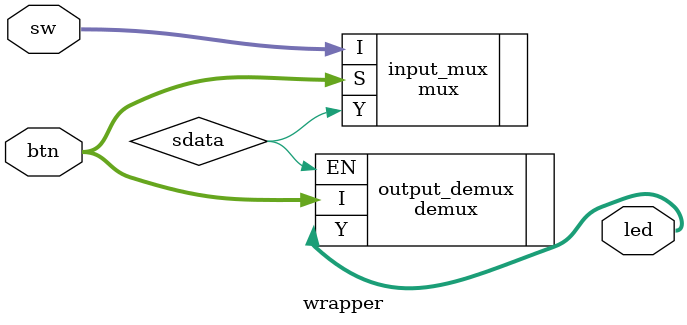
<source format=v>
`timescale 1ns / 1ps


module wrapper (
    input [3:0] sw,
    input [1:0] btn,
    output [3:0] led
);

wire sdata;

mux input_mux (
    .I(sw),
    .S(btn),
    .Y(sdata)
);

demux output_demux (
    .EN(sdata),
    .I(btn),
    .Y(led)
);

endmodule

</source>
